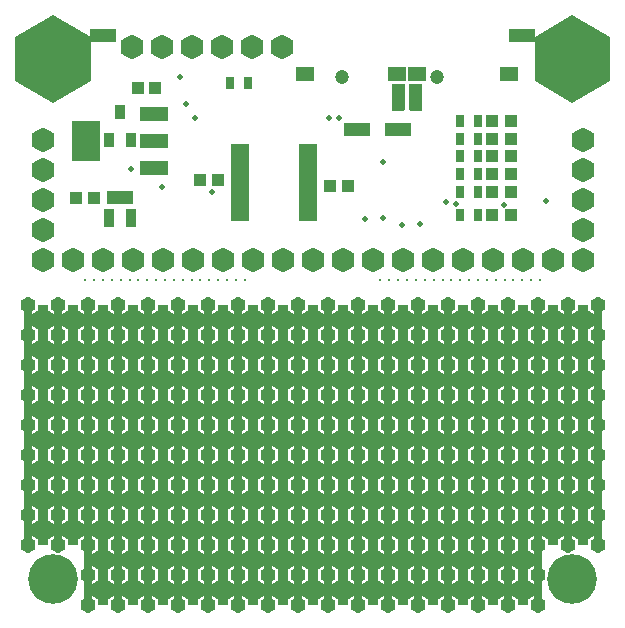
<source format=gts>
%FSLAX46Y46*%
%MOMM*%
%AMPS14*
4,1,10,
0.000000,0.706235,
0.625000,0.360854,
0.625000,-0.360854,
0.370000,-0.507989,
0.370000,-2.057355,
0.000000,-1.849238,
-0.370000,-2.057355,
-0.370000,-0.507989,
-0.625000,-0.360854,
-0.625000,0.360854,
0.000000,0.706235,
0
*
%
%ADD14PS14*%
%AMPS10*
4,1,10,
0.000000,0.706235,
0.625000,0.360854,
0.625000,-0.360854,
0.370000,-0.507989,
0.370000,-2.057355,
0.000000,-1.849238,
-0.370000,-2.057355,
-0.370000,-0.507989,
-0.625000,-0.360854,
-0.625000,0.360854,
0.000000,0.706235,
0
*
%
%ADD10PS10*%
%AMPS16*
4,1,6,
0.000000,0.706235,
0.625000,0.360854,
0.625000,-0.360854,
0.000000,-0.706235,
-0.625000,-0.360854,
-0.625000,0.360854,
0.000000,0.706235,
0
*
%
%ADD16PS16*%
%AMPS31*
4,1,5,
0.891420,0.000000,
0.341420,0.550000,
-0.400000,0.550000,
-0.400000,-0.550000,
0.341420,-0.550000,
0.891420,0.000000,
0
*
%
%ADD31PS31*%
%AMPS29*
4,1,5,
0.000000,0.891420,
-0.550000,0.341420,
-0.550000,-0.400000,
0.550000,-0.400000,
0.550000,0.341420,
0.000000,0.891420,
0
*
%
%ADD29PS29*%
%AMPS18*
21,1,2.350000,3.450000,0.000000,0.000000,180.000000*
%
%ADD18PS18*%
%AMPS22*
21,1,1.000000,1.000000,0.000000,0.000000,180.000000*
%
%ADD22PS22*%
%AMPS19*
21,1,2.350000,1.150000,0.000000,0.000000,180.000000*
%
%ADD19PS19*%
%AMPS38*
21,1,0.600000,1.550000,0.000000,0.000000,90.000000*
%
%ADD38PS38*%
%AMPS37*
21,1,0.600000,1.550000,0.000000,0.000000,270.000000*
%
%ADD37PS37*%
%AMPS33*
21,1,1.450000,1.200000,0.000000,0.000000,0.000000*
%
%ADD33PS33*%
%AMPS36*
21,1,1.450000,1.200000,0.000000,0.000000,180.000000*
%
%ADD36PS36*%
%AMPS23*
21,1,1.000000,0.950000,0.000000,0.000000,0.000000*
%
%ADD23PS23*%
%AMPS20*
21,1,1.000000,0.950000,0.000000,0.000000,180.000000*
%
%ADD20PS20*%
%AMPS26*
21,1,0.900000,1.200000,0.000000,0.000000,180.000000*
%
%ADD26PS26*%
%AMPS21*
21,1,0.900000,1.500000,0.000000,0.000000,0.000000*
%
%ADD21PS21*%
%AMPS17*
21,1,0.700000,1.100000,0.000000,0.000000,0.000000*
%
%ADD17PS17*%
%AMPS24*
21,1,0.700000,1.100000,0.000000,0.000000,180.000000*
%
%ADD24PS24*%
%AMPS41*
1,1,0.700000,0.000000,0.000000*
%
%ADD41PS41*%
%AMPS42*
1,1,0.500000,0.000000,0.000000*
%
%ADD42PS42*%
%AMPS28*
4,1,5,
0.441420,0.000000,
0.991420,0.550000,
-0.400000,0.550000,
-0.400000,-0.550000,
0.991420,-0.550000,
0.441420,0.000000,
0
*
%
%ADD28PS28*%
%AMPS35*
4,1,5,
-0.441420,0.000000,
-0.991420,-0.550000,
0.400000,-0.550000,
0.400000,0.550000,
-0.991420,0.550000,
-0.441420,0.000000,
0
*
%
%ADD35PS35*%
%AMPS15*
1,1,4.200000,0.000000,0.000000*
%
%ADD15PS15*%
%AMPS11*
1,1,0.300000,0.000000,0.000000*
%
%ADD11PS11*%
%AMPS40*
1,1,1.200000,0.000000,0.000000*
%
%ADD40PS40*%
%AMPS12*
4,1,12,
-0.450000,1.270000,
0.450000,1.270000,
0.450000,0.779243,
0.900000,0.519630,
0.900000,-0.519630,
0.450000,-0.779280,
0.450000,-1.270000,
-0.450000,-1.270000,
-0.450000,-0.779280,
-0.900000,-0.519630,
-0.900000,0.519630,
-0.450000,0.779280,
-0.450000,1.270000,
0
*
%
%ADD12PS12*%
%AMPS32*
4,1,5,
-0.441420,0.000000,
-0.991420,-0.550000,
0.400000,-0.550000,
0.400000,0.550000,
-0.991420,0.550000,
-0.441420,0.000000,
0
*
%
%ADD32PS32*%
%AMPS30*
4,1,5,
0.000000,-0.441420,
0.550000,-0.991420,
0.550000,0.400000,
-0.550000,0.400000,
-0.550000,-0.991420,
0.000000,-0.441420,
0
*
%
%ADD30PS30*%
%AMPS13*
4,1,6,
0.000000,0.706235,
0.625000,0.360854,
0.625000,-0.360854,
0.000000,-0.706235,
-0.625000,-0.360854,
-0.625000,0.360854,
0.000000,0.706235,
0
*
%
%ADD13PS13*%
%AMPS34*
4,1,5,
0.891420,0.000000,
0.341420,0.550000,
-0.400000,0.550000,
-0.400000,-0.550000,
0.341420,-0.550000,
0.891420,0.000000,
0
*
%
%ADD34PS34*%
%AMPS27*
4,1,5,
-0.891420,0.000000,
-0.341420,-0.550000,
0.400000,-0.550000,
0.400000,0.550000,
-0.341420,0.550000,
-0.891420,0.000000,
0
*
%
%ADD27PS27*%
%AMPS25*
4,1,6,
0.000000,1.081524,
0.950000,0.548498,
0.950000,-0.548498,
0.000000,-1.081524,
-0.950000,-0.548498,
-0.950000,0.548498,
0.000000,1.081524,
0
*
%
%ADD25PS25*%
%AMPS39*
4,1,6,
0.000000,-1.081524,
-0.950000,-0.548498,
-0.950000,0.548498,
0.000000,1.081524,
0.950000,0.548498,
0.950000,-0.548498,
0.000000,-1.081524,
0
*
%
%ADD39PS39*%
G01*
%LPD*%
G36*
X-18795799Y18850000D02*
X-21999999Y20700000D01*
X-25204198Y18850000D01*
X-25204198Y15150000D01*
X-21999999Y13300000D01*
X-18795799Y15150000D01*
X-18795799Y18850000D01*
D02*
G37*
%LPD*%
G36*
X25204201Y18850000D02*
X22000001Y20700000D01*
X18795802Y18850000D01*
X18795802Y15150000D01*
X22000001Y13300000D01*
X25204201Y15150000D01*
X25204201Y18850000D01*
D02*
G37*
%LPD*%
G36*
X-18850000Y19550000D02*
X-16650000Y19550000D01*
X-16650000Y18450000D01*
X-18850000Y18450000D01*
X-18850000Y19550000D01*
D02*
G37*
%LPD*%
G36*
X7800000Y14850000D02*
X7800000Y12650000D01*
X6700000Y12650000D01*
X6700000Y14850000D01*
X7800000Y14850000D01*
D02*
G37*
%LPD*%
G36*
X8350000Y10450000D02*
X6150000Y10450000D01*
X6150000Y11550000D01*
X8350000Y11550000D01*
X8350000Y10450000D01*
D02*
G37*
%LPD*%
G36*
X18850000Y18450000D02*
X16650000Y18450000D01*
X16650000Y19550000D01*
X18850000Y19550000D01*
X18850000Y18450000D01*
D02*
G37*
%LPD*%
G36*
X4850000Y10450000D02*
X2650000Y10450000D01*
X2650000Y11550000D01*
X4850000Y11550000D01*
X4850000Y10450000D01*
D02*
G37*
%LPD*%
G36*
X-15202909Y4700000D02*
X-17402909Y4700000D01*
X-17402909Y5800000D01*
X-15202909Y5800000D01*
X-15202909Y4700000D01*
D02*
G37*
%LPD*%
G36*
X9300000Y14850000D02*
X9300000Y12650000D01*
X8200000Y12650000D01*
X8200000Y14850000D01*
X9300000Y14850000D01*
D02*
G37*
G01*
%LPD*%
G75*
D10*
X-16510000Y-8890000D03*
D11*
X5750000Y-1750000D03*
D10*
X21590000Y-19050000D03*
D12*
X17780000Y-17780000D03*
D10*
X19050000Y-26670000D03*
D10*
X-11430000Y-3810000D03*
D12*
X22860000Y-5080000D03*
D12*
X12700000Y-17780000D03*
D12*
X-15240000Y-12700000D03*
D12*
X-7620000Y-12700000D03*
D12*
X12700000Y-20320000D03*
D13*
X11430000Y-29210000D03*
D10*
X11430000Y-13970000D03*
D12*
X7620000Y-27940000D03*
D13*
X-13970000Y-29210000D03*
D11*
X-16250000Y-1750000D03*
D10*
X3810000Y-8890000D03*
D10*
X-3810000Y-13970000D03*
D12*
X-17780000Y-5080000D03*
D13*
X-3810000Y-29210000D03*
D14*
X-24130000Y-6350000D03*
D11*
X-5750000Y-1750000D03*
D12*
X10160000Y-7620000D03*
D10*
X-3810000Y-11430000D03*
D10*
X-8890000Y-21590000D03*
D10*
X13970000Y-16510000D03*
D12*
X7620000Y-15240000D03*
D10*
X16510000Y-8890000D03*
D10*
X-1270000Y-21590000D03*
D11*
X6500000Y-1750000D03*
D10*
X21590000Y-8890000D03*
D10*
X19050000Y-16510000D03*
D10*
X-8890000Y-13970000D03*
D13*
X21590000Y-24130000D03*
D15*
X-22000000Y-27000000D03*
D11*
X13250000Y-1750000D03*
D12*
X-10160000Y-20320000D03*
D10*
X8890000Y-13970000D03*
D12*
X-20320000Y-12700000D03*
D12*
X12700000Y-25400000D03*
D10*
X-16510000Y-19050000D03*
D12*
X-12700000Y-12700000D03*
D12*
X22860000Y-10160000D03*
D10*
X-3810000Y-8890000D03*
D10*
X19050000Y-11430000D03*
D10*
X-11430000Y-24130000D03*
D12*
X12700000Y-27940000D03*
D10*
X13970000Y-26670000D03*
D10*
X-6350000Y-16510000D03*
D12*
X10160000Y-10160000D03*
D10*
X-13970000Y-13970000D03*
D10*
X-8890000Y-24130000D03*
D10*
X-1270000Y-26670000D03*
D12*
X20320000Y-10160000D03*
D11*
X14750000Y-1750000D03*
D12*
X20320000Y-17780000D03*
D10*
X6350000Y-6350000D03*
D12*
X22860000Y-22860000D03*
D10*
X24130000Y-8890000D03*
D12*
X-10160000Y-5080000D03*
D10*
X24130000Y-16510000D03*
D10*
X19050000Y-21590000D03*
D10*
X3810000Y-19050000D03*
D11*
X-14000000Y-1750000D03*
D12*
X0Y-25400000D03*
D12*
X5080000Y-7620000D03*
D12*
X-17780000Y-12700000D03*
D10*
X8890000Y-21590000D03*
D10*
X-3810000Y-3810000D03*
D12*
X-22860000Y-10160000D03*
D10*
X-16510000Y-6350000D03*
D10*
X-6350000Y-19050000D03*
D10*
X-13970000Y-24130000D03*
D10*
X-8890000Y-19050000D03*
D10*
X3810000Y-16510000D03*
D12*
X-20320000Y-15240000D03*
D12*
X10160000Y-12700000D03*
D13*
X-1270000Y-29210000D03*
D10*
X1270000Y-8890000D03*
D13*
X6350000Y-29210000D03*
D11*
X-8750000Y-1750000D03*
D12*
X-5080000Y-5080000D03*
D10*
X-6350000Y-21590000D03*
D12*
X17780000Y-12700000D03*
D12*
X-15240000Y-15240000D03*
D12*
X7620000Y-5080000D03*
D11*
X-11750000Y-1750000D03*
D12*
X-12700000Y-10160000D03*
D10*
X-1270000Y-3810000D03*
D10*
X-8890000Y-8890000D03*
D12*
X10160000Y-22860000D03*
D12*
X2540000Y-22860000D03*
D12*
X-12700000Y-22860000D03*
D11*
X-8000000Y-1750000D03*
D12*
X-20320000Y-10160000D03*
D10*
X-13970000Y-8890000D03*
D10*
X-21590000Y-6350000D03*
D12*
X20320000Y-20320000D03*
D12*
X-5080000Y-7620000D03*
D12*
X17780000Y-7620000D03*
D13*
X-8890000Y-29210000D03*
D12*
X-2540000Y-20320000D03*
D12*
X-7620000Y-22860000D03*
D12*
X22860000Y-17780000D03*
D12*
X-5080000Y-20320000D03*
D10*
X-11430000Y-6350000D03*
D10*
X-3810000Y-19050000D03*
D14*
X-24130000Y-8890000D03*
D12*
X5080000Y-20320000D03*
D12*
X5080000Y-27940000D03*
D12*
X20320000Y-22860000D03*
D12*
X-10160000Y-10160000D03*
D10*
X16510000Y-21590000D03*
D12*
X17780000Y-5080000D03*
D12*
X20320000Y-12700000D03*
D10*
X-6350000Y-8890000D03*
D12*
X2540000Y-12700000D03*
D12*
X-12700000Y-15240000D03*
D12*
X-17780000Y-17780000D03*
D10*
X13970000Y-3810000D03*
D11*
X-9500000Y-1750000D03*
D11*
X19250000Y-1750000D03*
D12*
X-12700000Y-5080000D03*
D10*
X3810000Y-26670000D03*
D11*
X-17750000Y-1750000D03*
D10*
X-8890000Y-26670000D03*
D12*
X-15240000Y-27940000D03*
D10*
X-11430000Y-26670000D03*
D12*
X-7620000Y-27940000D03*
D10*
X6350000Y-3810000D03*
D12*
X5080000Y-17780000D03*
D10*
X-3810000Y-6350000D03*
D10*
X13970000Y-24130000D03*
D10*
X-19050000Y-3810000D03*
D12*
X-22860000Y-12700000D03*
D11*
X8750000Y-1750000D03*
D12*
X-5080000Y-25400000D03*
D12*
X-17780000Y-7620000D03*
D12*
X-20320000Y-5080000D03*
D10*
X-16510000Y-21590000D03*
D12*
X-15240000Y-25400000D03*
D10*
X24130000Y-21590000D03*
D10*
X8890000Y-6350000D03*
D10*
X-6350000Y-6350000D03*
D10*
X8890000Y-26670000D03*
D12*
X-15240000Y-20320000D03*
D12*
X-20320000Y-22860000D03*
D10*
X6350000Y-13970000D03*
D10*
X-1270000Y-8890000D03*
D12*
X7620000Y-22860000D03*
D12*
X-22860000Y-5080000D03*
D10*
X-13970000Y-11430000D03*
D12*
X-2540000Y-5080000D03*
D12*
X15240000Y-7620000D03*
D12*
X-2540000Y-25400000D03*
D12*
X-10160000Y-25400000D03*
D12*
X-17780000Y-25400000D03*
D13*
X3810000Y-29210000D03*
D12*
X0Y-5080000D03*
D10*
X13970000Y-11430000D03*
D11*
X8000000Y-1750000D03*
D12*
X15240000Y-27940000D03*
D12*
X12700000Y-5080000D03*
D12*
X-7620000Y-10160000D03*
D10*
X11430000Y-3810000D03*
D10*
X-6350000Y-11430000D03*
D10*
X3810000Y-6350000D03*
D13*
X24130000Y-24130000D03*
D10*
X-3810000Y-26670000D03*
D12*
X17780000Y-27940000D03*
D12*
X2540000Y-27940000D03*
D13*
X19050000Y-29210000D03*
D11*
X11000000Y-1750000D03*
D10*
X-6350000Y-3810000D03*
D10*
X-11430000Y-8890000D03*
D10*
X21590000Y-11430000D03*
D10*
X-21590000Y-11430000D03*
D10*
X11430000Y-6350000D03*
D11*
X16250000Y-1750000D03*
D12*
X-10160000Y-27940000D03*
D10*
X16510000Y-16510000D03*
D12*
X7620000Y-7620000D03*
D10*
X1270000Y-16510000D03*
D10*
X-3810000Y-16510000D03*
D10*
X-6350000Y-26670000D03*
D12*
X-7620000Y-17780000D03*
D11*
X17000000Y-1750000D03*
D12*
X-15240000Y-7620000D03*
D10*
X1270000Y-11430000D03*
D12*
X-5080000Y-22860000D03*
D14*
X-24130000Y-3810000D03*
D12*
X-10160000Y-15240000D03*
D12*
X17780000Y-20320000D03*
D12*
X15240000Y-25400000D03*
D12*
X10160000Y-27940000D03*
D10*
X16510000Y-26670000D03*
D10*
X-8890000Y-3810000D03*
D10*
X21590000Y-16510000D03*
D12*
X12700000Y-10160000D03*
D10*
X-13970000Y-21590000D03*
D12*
X22860000Y-20320000D03*
D11*
X-18500000Y-1750000D03*
D10*
X1270000Y-26670000D03*
D10*
X-8890000Y-16510000D03*
D10*
X-1270000Y-6350000D03*
D12*
X7620000Y-17780000D03*
D12*
X10160000Y-17780000D03*
D13*
X-6350000Y-29210000D03*
D14*
X-24130000Y-21590000D03*
D10*
X16510000Y-3810000D03*
D12*
X0Y-12700000D03*
D10*
X19050000Y-13970000D03*
D10*
X-13970000Y-3810000D03*
D12*
X-7620000Y-5080000D03*
D12*
X-10160000Y-7620000D03*
D10*
X24130000Y-19050000D03*
D10*
X-11430000Y-16510000D03*
D14*
X-24130000Y-11430000D03*
D12*
X-17780000Y-10160000D03*
D11*
X-11000000Y-1750000D03*
D12*
X-15240000Y-22860000D03*
D10*
X8890000Y-16510000D03*
D12*
X-10160000Y-12700000D03*
D10*
X13970000Y-6350000D03*
D10*
X-1270000Y-13970000D03*
D10*
X-16510000Y-11430000D03*
D12*
X15240000Y-15240000D03*
D12*
X-2540000Y-22860000D03*
D10*
X-19050000Y-13970000D03*
D10*
X1270000Y-6350000D03*
D12*
X12700000Y-22860000D03*
D11*
X18500000Y-1750000D03*
D12*
X20320000Y-5080000D03*
D11*
X14000000Y-1750000D03*
D10*
X6350000Y-24130000D03*
D10*
X-19050000Y-21590000D03*
D12*
X22860000Y-7620000D03*
D11*
X-13250000Y-1750000D03*
D12*
X15240000Y-20320000D03*
D10*
X-21590000Y-13970000D03*
D11*
X-14750000Y-1750000D03*
D12*
X10160000Y-15240000D03*
D15*
X22000000Y17000000D03*
D12*
X0Y-17780000D03*
D10*
X-16510000Y-16510000D03*
D12*
X-15240000Y-10160000D03*
D12*
X5080000Y-15240000D03*
D10*
X6350000Y-8890000D03*
D12*
X2540000Y-17780000D03*
D10*
X-1270000Y-24130000D03*
D10*
X-11430000Y-21590000D03*
D11*
X-19250000Y-1750000D03*
D10*
X1270000Y-3810000D03*
D10*
X11430000Y-11430000D03*
D11*
X10250000Y-1750000D03*
D10*
X16510000Y-24130000D03*
D12*
X-22860000Y-7620000D03*
D12*
X0Y-22860000D03*
D10*
X-16510000Y-3810000D03*
D10*
X8890000Y-3810000D03*
D10*
X21590000Y-6350000D03*
D10*
X-11430000Y-19050000D03*
D12*
X5080000Y-12700000D03*
D12*
X17780000Y-15240000D03*
D10*
X-13970000Y-16510000D03*
D12*
X0Y-20320000D03*
D12*
X2540000Y-15240000D03*
D10*
X6350000Y-19050000D03*
D12*
X-2540000Y-27940000D03*
D12*
X-2540000Y-12700000D03*
D10*
X3810000Y-13970000D03*
D10*
X-13970000Y-6350000D03*
D10*
X16510000Y-19050000D03*
D12*
X22860000Y-15240000D03*
D12*
X-7620000Y-15240000D03*
D10*
X8890000Y-19050000D03*
D12*
X2540000Y-10160000D03*
D10*
X-21590000Y-19050000D03*
D12*
X-12700000Y-7620000D03*
D10*
X-21590000Y-3810000D03*
D10*
X-6350000Y-13970000D03*
D12*
X5080000Y-22860000D03*
D12*
X-10160000Y-17780000D03*
D10*
X19050000Y-19050000D03*
D13*
X-11430000Y-29210000D03*
D10*
X19050000Y-24130000D03*
D11*
X-15500000Y-1750000D03*
D11*
X7250000Y-1750000D03*
D10*
X13970000Y-21590000D03*
D12*
X2540000Y-7620000D03*
D10*
X-16510000Y-24130000D03*
D12*
X10160000Y-25400000D03*
D10*
X-13970000Y-26670000D03*
D15*
X-22000000Y17000000D03*
D10*
X-21590000Y-8890000D03*
D10*
X21590000Y-3810000D03*
D10*
X-1270000Y-16510000D03*
D13*
X-21590000Y-24130000D03*
D12*
X0Y-10160000D03*
D10*
X3810000Y-11430000D03*
D10*
X-3810000Y-24130000D03*
D12*
X-2540000Y-10160000D03*
D13*
X-16510000Y-29210000D03*
D12*
X15240000Y-22860000D03*
D12*
X-12700000Y-25400000D03*
D12*
X-7620000Y-20320000D03*
D12*
X-17780000Y-27940000D03*
D12*
X-7620000Y-25400000D03*
D10*
X11430000Y-16510000D03*
D10*
X-19050000Y-19050000D03*
D10*
X1270000Y-24130000D03*
D10*
X21590000Y-13970000D03*
D12*
X-5080000Y-15240000D03*
D10*
X6350000Y-11430000D03*
D11*
X11750000Y-1750000D03*
D10*
X6350000Y-21590000D03*
D12*
X-2540000Y-15240000D03*
D10*
X-1270000Y-19050000D03*
D12*
X-20320000Y-20320000D03*
D10*
X6350000Y-26670000D03*
D10*
X13970000Y-13970000D03*
D10*
X24130000Y-11430000D03*
D10*
X-19050000Y-6350000D03*
D12*
X15240000Y-10160000D03*
D10*
X-11430000Y-11430000D03*
D10*
X8890000Y-11430000D03*
D10*
X-8890000Y-6350000D03*
D10*
X6350000Y-16510000D03*
D12*
X2540000Y-5080000D03*
D12*
X-12700000Y-17780000D03*
D10*
X-8890000Y-11430000D03*
D11*
X-10250000Y-1750000D03*
D14*
X-19050000Y-26670000D03*
D10*
X-19050000Y-24130000D03*
D11*
X17750000Y-1750000D03*
D10*
X-21590000Y-16510000D03*
D10*
X-13970000Y-19050000D03*
D10*
X1270000Y-19050000D03*
D10*
X-6350000Y-24130000D03*
D12*
X-20320000Y-7620000D03*
D10*
X11430000Y-24130000D03*
D10*
X-19050000Y-8890000D03*
D10*
X13970000Y-8890000D03*
D12*
X12700000Y-12700000D03*
D10*
X-19050000Y-16510000D03*
D14*
X-24130000Y-13970000D03*
D12*
X-5080000Y-10160000D03*
D12*
X7620000Y-20320000D03*
D12*
X5080000Y-10160000D03*
D12*
X-17780000Y-20320000D03*
D12*
X20320000Y-15240000D03*
D12*
X-7620000Y-7620000D03*
D12*
X17780000Y-10160000D03*
D12*
X12700000Y-7620000D03*
D11*
X12500000Y-1750000D03*
D10*
X19050000Y-3810000D03*
D12*
X-5080000Y-12700000D03*
D12*
X-12700000Y-27940000D03*
D10*
X24130000Y-3810000D03*
D10*
X19050000Y-6350000D03*
D10*
X11430000Y-19050000D03*
D12*
X-15240000Y-5080000D03*
D12*
X7620000Y-25400000D03*
D12*
X-17780000Y-15240000D03*
D12*
X5080000Y-5080000D03*
D12*
X22860000Y-12700000D03*
D14*
X-24130000Y-19050000D03*
D10*
X1270000Y-21590000D03*
D12*
X-12700000Y-20320000D03*
D10*
X-1270000Y-11430000D03*
D10*
X-21590000Y-21590000D03*
D12*
X17780000Y-25400000D03*
D12*
X7620000Y-12700000D03*
D12*
X-2540000Y-17780000D03*
D12*
X0Y-7620000D03*
D12*
X-22860000Y-15240000D03*
D10*
X24130000Y-13970000D03*
D10*
X11430000Y-8890000D03*
D12*
X0Y-15240000D03*
D10*
X1270000Y-13970000D03*
D12*
X15240000Y-5080000D03*
D10*
X16510000Y-6350000D03*
D10*
X11430000Y-26670000D03*
D10*
X24130000Y-6350000D03*
D12*
X-22860000Y-22860000D03*
D12*
X-10160000Y-22860000D03*
D10*
X3810000Y-3810000D03*
D10*
X-16510000Y-13970000D03*
D11*
X-6500000Y-1750000D03*
D10*
X13970000Y-19050000D03*
D10*
X21590000Y-21590000D03*
D11*
X-17000000Y-1750000D03*
D10*
X-3810000Y-21590000D03*
D12*
X2540000Y-20320000D03*
D12*
X5080000Y-25400000D03*
D10*
X16510000Y-13970000D03*
D10*
X8890000Y-24130000D03*
D12*
X10160000Y-5080000D03*
D11*
X9500000Y-1750000D03*
D16*
X-24130000Y-24130000D03*
D12*
X-20320000Y-17780000D03*
D12*
X-15240000Y-17780000D03*
D12*
X-5080000Y-27940000D03*
D12*
X17780000Y-22860000D03*
D12*
X-5080000Y-17780000D03*
D12*
X7620000Y-10160000D03*
D13*
X13970000Y-29210000D03*
D10*
X-16510000Y-26670000D03*
D12*
X20320000Y-7620000D03*
D13*
X1270000Y-29210000D03*
D10*
X-11430000Y-13970000D03*
D12*
X-22860000Y-20320000D03*
D12*
X15240000Y-17780000D03*
D12*
X-2540000Y-7620000D03*
D11*
X-7250000Y-1750000D03*
D12*
X12700000Y-15240000D03*
D10*
X3810000Y-24130000D03*
D10*
X16510000Y-11430000D03*
D10*
X-19050000Y-11430000D03*
D11*
X15500000Y-1750000D03*
D14*
X-24130000Y-16510000D03*
D10*
X3810000Y-21590000D03*
D12*
X-22860000Y-17780000D03*
D12*
X0Y-27940000D03*
D10*
X19050000Y-8890000D03*
D10*
X8890000Y-8890000D03*
D13*
X16510000Y-29210000D03*
D13*
X8890000Y-29210000D03*
D12*
X10160000Y-20320000D03*
D12*
X15240000Y-12700000D03*
D11*
X-12500000Y-1750000D03*
D12*
X-17780000Y-22860000D03*
D15*
X22000000Y-27000000D03*
D12*
X2540000Y-25400000D03*
D16*
X-19050000Y-29210000D03*
D10*
X11430000Y-21590000D03*
D17*
X12500000Y5750000D03*
D17*
X14000000Y5750000D03*
D18*
X-19202909Y10054185D03*
D19*
X-13402909Y7754185D03*
D19*
X-13402909Y12354185D03*
D19*
X-13402909Y10054185D03*
D20*
X1500000Y6250000D03*
D20*
X3000000Y6250000D03*
D17*
X12500000Y8750000D03*
D17*
X14000000Y8750000D03*
D17*
X12500000Y7250000D03*
D17*
X14000000Y7250000D03*
D20*
X-20000000Y5250000D03*
D20*
X-18500000Y5250000D03*
D20*
X-9500000Y6750000D03*
D20*
X-8000000Y6750000D03*
D21*
X-17252909Y3500000D03*
D21*
X-15352909Y3500000D03*
D22*
X16800000Y11750000D03*
D22*
X15200000Y11750000D03*
D22*
X16800000Y7250000D03*
D22*
X15200000Y7250000D03*
D23*
X-13302909Y14554185D03*
D23*
X-14802909Y14554185D03*
D24*
X-5500000Y15000000D03*
D24*
X-7000000Y15000000D03*
D25*
X22860000Y2540000D03*
D25*
X22860000Y10160000D03*
D25*
X22860000Y7620000D03*
D25*
X22860000Y5080000D03*
D26*
X-16302909Y12504185D03*
D26*
X-17252909Y10104185D03*
D26*
X-15352909Y10104185D03*
D22*
X16800000Y3750000D03*
D22*
X15200000Y3750000D03*
D22*
X16800000Y8750000D03*
D22*
X15200000Y8750000D03*
D27*
X-17050000Y19000000D03*
D28*
X-18450000Y19000000D03*
D25*
X-22860000Y2540000D03*
D25*
X-22860000Y10160000D03*
D25*
X-22860000Y7620000D03*
D25*
X-22860000Y5080000D03*
D29*
X7250000Y13050000D03*
D30*
X7250000Y14450000D03*
D17*
X12500000Y11750000D03*
D17*
X14000000Y11750000D03*
D22*
X16800000Y5750000D03*
D22*
X15200000Y5750000D03*
D22*
X16800000Y10250000D03*
D22*
X15200000Y10250000D03*
D25*
X-10170000Y17970000D03*
D25*
X-2550000Y17970000D03*
D25*
X-5090000Y17970000D03*
D25*
X-12710000Y17970000D03*
D25*
X-7630000Y17970000D03*
D25*
X-15250000Y17970000D03*
D31*
X6550000Y11000000D03*
D32*
X7950000Y11000000D03*
D33*
X16625000Y15750000D03*
D33*
X8875000Y15750000D03*
D34*
X17050000Y19000000D03*
D35*
X18450000Y19000000D03*
D31*
X3050000Y11000000D03*
D32*
X4450000Y11000000D03*
D36*
X-625000Y15750000D03*
D36*
X7125000Y15750000D03*
D37*
X-6125000Y8125000D03*
D37*
X-6125000Y7475000D03*
D38*
X-375000Y8775000D03*
D38*
X-375000Y6175000D03*
D38*
X-375000Y5525000D03*
D37*
X-6125000Y4225000D03*
D37*
X-6125000Y9425000D03*
D38*
X-375000Y9425000D03*
D37*
X-6125000Y4875000D03*
D37*
X-6125000Y3575000D03*
D37*
X-6125000Y5525000D03*
D38*
X-375000Y8125000D03*
D37*
X-6125000Y6175000D03*
D38*
X-375000Y4225000D03*
D38*
X-375000Y7475000D03*
D38*
X-375000Y3575000D03*
D37*
X-6125000Y6825000D03*
D38*
X-375000Y4875000D03*
D38*
X-375000Y6825000D03*
D37*
X-6125000Y8775000D03*
D39*
X-15240000Y0D03*
D39*
X-7620000Y0D03*
D39*
X20320000Y0D03*
D39*
X0Y0D03*
D39*
X5080000Y0D03*
D39*
X17780000Y0D03*
D39*
X-22860000Y0D03*
D39*
X-20320000Y0D03*
D39*
X-12700000Y0D03*
D39*
X10160000Y0D03*
D39*
X-2540000Y0D03*
D39*
X22860000Y0D03*
D39*
X7620000Y0D03*
D39*
X-5080000Y0D03*
D39*
X2540000Y0D03*
D39*
X15240000Y0D03*
D39*
X12700000Y0D03*
D39*
X-17780000Y0D03*
D39*
X-10160000Y0D03*
D17*
X12500000Y10250000D03*
D17*
X14000000Y10250000D03*
D17*
X12500000Y3750000D03*
D17*
X14000000Y3750000D03*
D40*
X10500004Y15499998D03*
D40*
X2500000Y15500000D03*
D31*
X-17002909Y5250000D03*
D32*
X-15602909Y5250000D03*
D29*
X8750000Y13050000D03*
D30*
X8750000Y14450000D03*
D41*
X19488424Y16327714D03*
D41*
X-24511576Y16327714D03*
D42*
X5949990Y8250109D03*
D41*
X23838299Y15161347D03*
D41*
X21326750Y14488680D03*
D41*
X-19488550Y17672768D03*
D42*
X-8500000Y5750000D03*
D42*
X-10725000Y13225000D03*
D42*
X-12750000Y6150000D03*
D42*
X12130574Y4756976D03*
D41*
X-23838828Y15161877D03*
D42*
X5934372Y3565628D03*
D42*
X1363367Y11965163D03*
D41*
X-24511254Y17673491D03*
D42*
X-9958223Y12011202D03*
D41*
X-20161701Y15161347D03*
D41*
X20161172Y15161877D03*
D42*
X7584620Y2915380D03*
D41*
X-23837946Y18839004D03*
D41*
X23838829Y18838123D03*
D42*
X9068205Y3012555D03*
D41*
X-22673250Y14488680D03*
D41*
X22673491Y19511254D03*
D41*
X-22672286Y19511576D03*
D41*
X22672768Y14488550D03*
D41*
X-20161171Y18838123D03*
D42*
X4425000Y3405760D03*
D41*
X21327714Y19511576D03*
D42*
X-11250000Y15500000D03*
D42*
X2250000Y12000000D03*
D41*
X-21326509Y19511254D03*
D41*
X19488746Y17673491D03*
D42*
X16183344Y4655531D03*
D41*
X24511450Y17672768D03*
D42*
X11285775Y4850975D03*
D42*
X-15400000Y7650000D03*
D41*
X20162054Y18839004D03*
D41*
X24511320Y16326750D03*
D42*
X19750000Y5000000D03*
D41*
X-19488680Y16326750D03*
D41*
X-21327232Y14488550D03*
M02*

</source>
